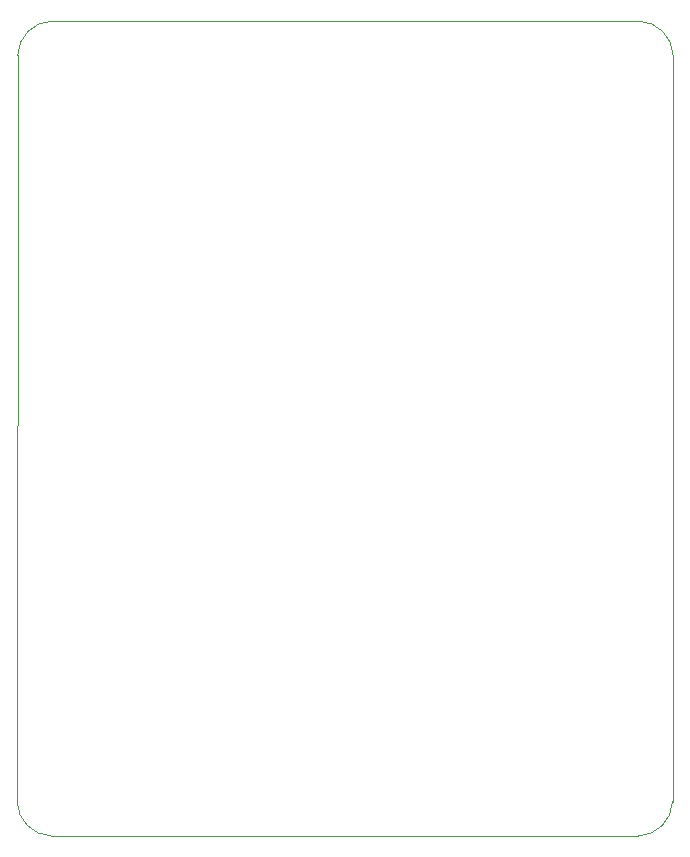
<source format=gbr>
%TF.GenerationSoftware,KiCad,Pcbnew,8.0.5*%
%TF.CreationDate,2024-10-21T18:22:43-10:00*%
%TF.ProjectId,SiPMT.revA,5369504d-542e-4726-9576-412e6b696361,rev?*%
%TF.SameCoordinates,Original*%
%TF.FileFunction,Profile,NP*%
%FSLAX46Y46*%
G04 Gerber Fmt 4.6, Leading zero omitted, Abs format (unit mm)*
G04 Created by KiCad (PCBNEW 8.0.5) date 2024-10-21 18:22:43*
%MOMM*%
%LPD*%
G01*
G04 APERTURE LIST*
%TA.AperFunction,Profile*%
%ADD10C,0.100000*%
%TD*%
G04 APERTURE END LIST*
D10*
X171750057Y-60581693D02*
X122050000Y-60580000D01*
X174598307Y-126680057D02*
X174650000Y-63480000D01*
X119151693Y-63479943D02*
X119100000Y-126680000D01*
X121999943Y-129578307D02*
G75*
G02*
X119099952Y-126680002I99957J3000007D01*
G01*
X119151693Y-63479943D02*
G75*
G02*
X122049998Y-60579952I3000007J-99957D01*
G01*
X171750057Y-60581693D02*
G75*
G02*
X174650048Y-63479998I-99957J-3000007D01*
G01*
X174598307Y-126680057D02*
G75*
G02*
X171700002Y-129580048I-3000007J99957D01*
G01*
X121999943Y-129578307D02*
X171700000Y-129580000D01*
M02*

</source>
